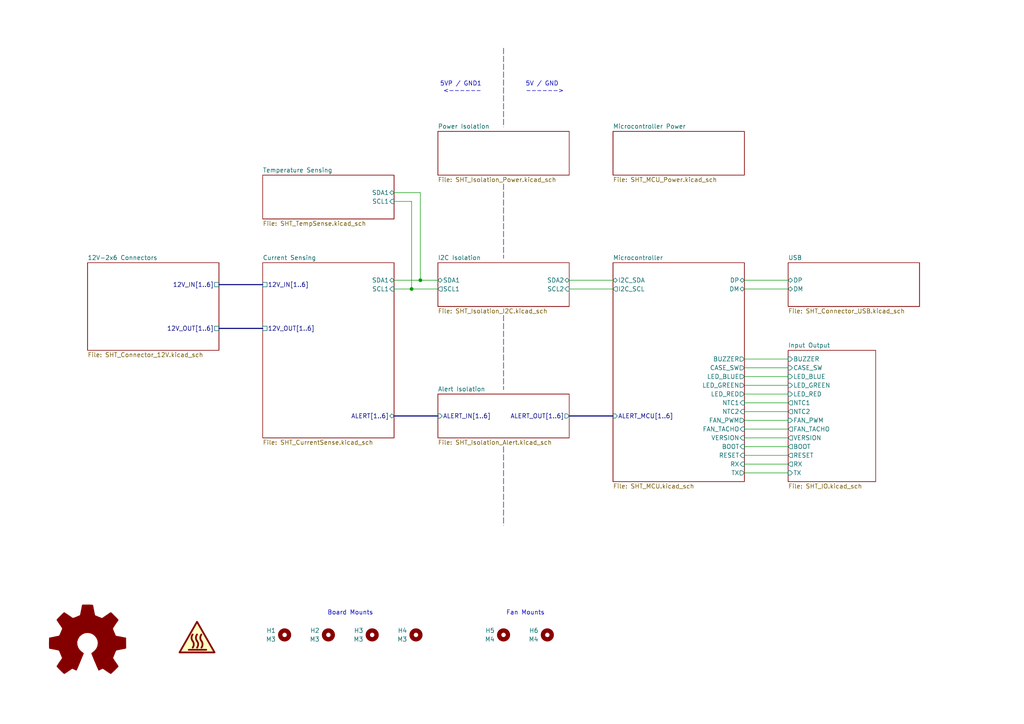
<source format=kicad_sch>
(kicad_sch
	(version 20250114)
	(generator "eeschema")
	(generator_version "9.0")
	(uuid "8b0d253f-310b-49c8-a50d-a58538d7eb55")
	(paper "A4")
	(title_block
		(title "12V-2x6 Current Monitor")
		(date "2025-09-21")
		(rev "1")
		(company "github.com/eggsampler")
	)
	(lib_symbols
		(symbol "Graphic:Logo_Open_Hardware_Large"
			(exclude_from_sim no)
			(in_bom no)
			(on_board no)
			(property "Reference" "#SYM"
				(at 0 12.7 0)
				(effects
					(font
						(size 1.27 1.27)
					)
					(hide yes)
				)
			)
			(property "Value" "Logo_Open_Hardware_Large"
				(at 0 -10.16 0)
				(effects
					(font
						(size 1.27 1.27)
					)
					(hide yes)
				)
			)
			(property "Footprint" ""
				(at 0 0 0)
				(effects
					(font
						(size 1.27 1.27)
					)
					(hide yes)
				)
			)
			(property "Datasheet" "~"
				(at 0 0 0)
				(effects
					(font
						(size 1.27 1.27)
					)
					(hide yes)
				)
			)
			(property "Description" "Open Hardware logo, large"
				(at 0 0 0)
				(effects
					(font
						(size 1.27 1.27)
					)
					(hide yes)
				)
			)
			(property "Sim.Enable" "0"
				(at 0 0 0)
				(effects
					(font
						(size 1.27 1.27)
					)
					(hide yes)
				)
			)
			(property "ki_keywords" "Logo"
				(at 0 0 0)
				(effects
					(font
						(size 1.27 1.27)
					)
					(hide yes)
				)
			)
			(symbol "Logo_Open_Hardware_Large_1_1"
				(polyline
					(pts
						(xy 6.731 -8.7122) (xy 6.6294 -8.6614) (xy 6.35 -8.4836) (xy 5.9944 -8.255) (xy 5.5372 -7.9502)
						(xy 5.1054 -7.6454) (xy 4.7498 -7.4168) (xy 4.4958 -7.239) (xy 4.3942 -7.1882) (xy 4.318 -7.2136)
						(xy 4.1148 -7.3152) (xy 3.81 -7.4676) (xy 3.6322 -7.5692) (xy 3.3528 -7.6708) (xy 3.2258 -7.6962)
						(xy 3.2004 -7.6708) (xy 3.0988 -7.4676) (xy 2.9464 -7.0866) (xy 2.7178 -6.604) (xy 2.4892 -6.0452)
						(xy 2.2352 -5.4356) (xy 1.9558 -4.826) (xy 1.7272 -4.2164) (xy 1.4986 -3.683) (xy 1.3208 -3.2512)
						(xy 1.2192 -2.9464) (xy 1.1684 -2.8194) (xy 1.1938 -2.794) (xy 1.3208 -2.667) (xy 1.5748 -2.4892)
						(xy 2.0828 -2.0574) (xy 2.6162 -1.397) (xy 2.921 -0.6604) (xy 3.048 0.1524) (xy 2.9464 0.9144)
						(xy 2.6416 1.6256) (xy 2.1336 2.286) (xy 1.524 2.7686) (xy 0.8128 3.0734) (xy 0 3.175) (xy -0.762 3.0988)
						(xy -1.4986 2.794) (xy -2.159 2.286) (xy -2.4384 1.9812) (xy -2.8194 1.3208) (xy -3.048 0.6096)
						(xy -3.0734 0.4318) (xy -3.0226 -0.3556) (xy -2.794 -1.0922) (xy -2.3876 -1.7526) (xy -1.8288 -2.3114)
						(xy -1.7526 -2.3622) (xy -1.4732 -2.5654) (xy -1.2954 -2.6924) (xy -1.1684 -2.8194) (xy -2.159 -5.207)
						(xy -2.3114 -5.588) (xy -2.5908 -6.2484) (xy -2.8194 -6.8072) (xy -3.0226 -7.2644) (xy -3.1496 -7.5692)
						(xy -3.2258 -7.6708) (xy -3.2258 -7.6962) (xy -3.302 -7.6962) (xy -3.4798 -7.6454) (xy -3.8354 -7.4676)
						(xy -4.0386 -7.366) (xy -4.2926 -7.239) (xy -4.4196 -7.1882) (xy -4.5212 -7.239) (xy -4.7498 -7.3914)
						(xy -5.1054 -7.6454) (xy -5.5372 -7.9248) (xy -5.9436 -8.2042) (xy -6.3246 -8.4582) (xy -6.604 -8.636)
						(xy -6.731 -8.7122) (xy -6.7564 -8.7122) (xy -6.858 -8.636) (xy -7.0866 -8.4582) (xy -7.4168 -8.1534)
						(xy -7.874 -7.6962) (xy -7.9502 -7.62) (xy -8.3312 -7.239) (xy -8.636 -6.9088) (xy -8.8392 -6.6802)
						(xy -8.9154 -6.5786) (xy -8.9154 -6.5786) (xy -8.8392 -6.4516) (xy -8.6614 -6.1722) (xy -8.4328 -5.7912)
						(xy -8.128 -5.3594) (xy -7.3152 -4.191) (xy -7.7724 -3.0988) (xy -7.8994 -2.7686) (xy -8.0772 -2.3622)
						(xy -8.2042 -2.0828) (xy -8.255 -1.9558) (xy -8.382 -1.905) (xy -8.6614 -1.8542) (xy -9.0932 -1.7526)
						(xy -9.6266 -1.651) (xy -10.1092 -1.5748) (xy -10.541 -1.4732) (xy -10.8712 -1.4224) (xy -11.0236 -1.397)
						(xy -11.049 -1.3716) (xy -11.0744 -1.2954) (xy -11.0998 -1.143) (xy -11.0998 -0.889) (xy -11.1252 -0.4572)
						(xy -11.1252 0.1524) (xy -11.1252 0.2286) (xy -11.0998 0.8128) (xy -11.0998 1.27) (xy -11.0744 1.5494)
						(xy -11.0744 1.6764) (xy -11.0744 1.6764) (xy -10.922 1.7018) (xy -10.6172 1.778) (xy -10.16 1.8542)
						(xy -9.652 1.9558) (xy -9.6012 1.9812) (xy -9.0932 2.0828) (xy -8.636 2.159) (xy -8.3312 2.2352)
						(xy -8.2042 2.286) (xy -8.1788 2.3114) (xy -8.0772 2.5146) (xy -7.9248 2.8448) (xy -7.747 3.2512)
						(xy -7.5692 3.6576) (xy -7.4168 4.0386) (xy -7.3152 4.318) (xy -7.2898 4.445) (xy -7.2898 4.445)
						(xy -7.366 4.572) (xy -7.5438 4.826) (xy -7.7978 5.207) (xy -8.128 5.6642) (xy -8.128 5.6896)
						(xy -8.4328 6.1468) (xy -8.6868 6.5278) (xy -8.8392 6.7818) (xy -8.9154 6.9088) (xy -8.9154 6.9088)
						(xy -8.8138 7.0358) (xy -8.5852 7.2898) (xy -8.255 7.6454) (xy -7.874 8.0264) (xy -7.747 8.1534)
						(xy -7.3152 8.5852) (xy -7.0104 8.8646) (xy -6.8326 8.9916) (xy -6.731 9.0424) (xy -6.731 9.0424)
						(xy -6.604 8.9408) (xy -6.3246 8.763) (xy -5.9436 8.509) (xy -5.4864 8.2042) (xy -5.461 8.1788)
						(xy -5.0038 7.874) (xy -4.6482 7.62) (xy -4.3688 7.4422) (xy -4.2672 7.3914) (xy -4.2418 7.3914)
						(xy -4.064 7.4422) (xy -3.7338 7.5438) (xy -3.3528 7.6962) (xy -2.9464 7.874) (xy -2.5654 8.0264)
						(xy -2.286 8.1534) (xy -2.159 8.2296) (xy -2.159 8.2296) (xy -2.1082 8.382) (xy -2.032 8.7122)
						(xy -1.9304 9.1694) (xy -1.8288 9.7282) (xy -1.8034 9.8044) (xy -1.7018 10.3378) (xy -1.6256 10.7696)
						(xy -1.5748 11.0744) (xy -1.524 11.2014) (xy -1.4478 11.2268) (xy -1.1938 11.2522) (xy -0.8128 11.2522)
						(xy -0.3302 11.2522) (xy 0.1524 11.2522) (xy 0.6604 11.2522) (xy 1.0668 11.2268) (xy 1.3716 11.2014)
						(xy 1.4986 11.176) (xy 1.4986 11.176) (xy 1.5494 11.0236) (xy 1.6256 10.6934) (xy 1.7018 10.2108)
						(xy 1.8288 9.6774) (xy 1.8288 9.5758) (xy 1.9304 9.0424) (xy 2.032 8.6106) (xy 2.0828 8.3058)
						(xy 2.1336 8.2042) (xy 2.159 8.1788) (xy 2.3876 8.0772) (xy 2.7432 7.9248) (xy 3.175 7.747) (xy 4.191 7.3406)
						(xy 5.461 8.2042) (xy 5.5626 8.2804) (xy 6.0198 8.5852) (xy 6.3754 8.8392) (xy 6.6294 8.9916)
						(xy 6.7564 9.0424) (xy 6.7564 9.0424) (xy 6.8834 8.9408) (xy 7.1374 8.7122) (xy 7.4676 8.382)
						(xy 7.8486 7.9756) (xy 8.1534 7.6962) (xy 8.4836 7.3406) (xy 8.7122 7.112) (xy 8.8392 6.9596)
						(xy 8.8646 6.858) (xy 8.8646 6.8072) (xy 8.7884 6.6802) (xy 8.6106 6.4008) (xy 8.3312 6.0198)
						(xy 8.0264 5.588) (xy 7.7978 5.207) (xy 7.5184 4.8006) (xy 7.3406 4.4958) (xy 7.2898 4.3434) (xy 7.2898 4.2926)
						(xy 7.3914 4.0386) (xy 7.5184 3.683) (xy 7.7216 3.2258) (xy 8.1534 2.2352) (xy 8.7884 2.1082)
						(xy 9.1948 2.0574) (xy 9.7536 1.9304) (xy 10.2616 1.8288) (xy 11.0998 1.6764) (xy 11.1252 -1.3208)
						(xy 10.9982 -1.3716) (xy 10.8712 -1.397) (xy 10.5664 -1.4732) (xy 10.1346 -1.5494) (xy 9.6266 -1.651)
						(xy 9.1948 -1.7272) (xy 8.7376 -1.8288) (xy 8.4328 -1.8796) (xy 8.2804 -1.905) (xy 8.255 -1.9558)
						(xy 8.1534 -2.159) (xy 7.9756 -2.5146) (xy 7.8232 -2.921) (xy 7.6454 -3.3274) (xy 7.493 -3.7338)
						(xy 7.366 -4.0132) (xy 7.3406 -4.191) (xy 7.3914 -4.2926) (xy 7.5692 -4.5466) (xy 7.7978 -4.9276)
						(xy 8.1026 -5.3594) (xy 8.4074 -5.7912) (xy 8.6614 -6.1722) (xy 8.8138 -6.4262) (xy 8.89 -6.5532)
						(xy 8.8646 -6.6548) (xy 8.6868 -6.858) (xy 8.3566 -7.1882) (xy 7.874 -7.6708) (xy 7.7978 -7.747)
						(xy 7.3914 -8.128) (xy 7.0612 -8.4328) (xy 6.8326 -8.636) (xy 6.731 -8.7122)
					)
					(stroke
						(width 0)
						(type default)
					)
					(fill
						(type outline)
					)
				)
			)
			(embedded_fonts no)
		)
		(symbol "Graphic:SYM_Hot_Large"
			(exclude_from_sim no)
			(in_bom yes)
			(on_board no)
			(property "Reference" "#SYM"
				(at 0 5.08 0)
				(effects
					(font
						(size 1.27 1.27)
					)
					(hide yes)
				)
			)
			(property "Value" "SYM_Hot_Large"
				(at 0 -6.35 0)
				(effects
					(font
						(size 1.27 1.27)
					)
					(hide yes)
				)
			)
			(property "Footprint" ""
				(at 0 -5.08 0)
				(effects
					(font
						(size 1.27 1.27)
					)
					(hide yes)
				)
			)
			(property "Datasheet" "~"
				(at 0.762 -5.08 0)
				(effects
					(font
						(size 1.27 1.27)
					)
					(hide yes)
				)
			)
			(property "Description" "Hot surface warning symbol, large"
				(at 0 0 0)
				(effects
					(font
						(size 1.27 1.27)
					)
					(hide yes)
				)
			)
			(property "Sim.Enable" "0"
				(at 0 0 0)
				(effects
					(font
						(size 1.27 1.27)
					)
					(hide yes)
				)
			)
			(property "ki_keywords" "symbol logo hot surface warning heat"
				(at 0 0 0)
				(effects
					(font
						(size 1.27 1.27)
					)
					(hide yes)
				)
			)
			(symbol "SYM_Hot_Large_0_1"
				(polyline
					(pts
						(xy -5.08 -5.08) (xy 5.08 -5.08) (xy 0 3.81) (xy -5.08 -5.08)
					)
					(stroke
						(width 0.508)
						(type default)
					)
					(fill
						(type background)
					)
				)
				(arc
					(start -1.27 -1.778)
					(mid -0.9449 -2.7305)
					(end -1.27 -3.683)
					(stroke
						(width 0.508)
						(type default)
					)
					(fill
						(type none)
					)
				)
				(polyline
					(pts
						(xy -2.413 -4.318) (xy 2.667 -4.318)
					)
					(stroke
						(width 0.508)
						(type default)
					)
					(fill
						(type none)
					)
				)
				(arc
					(start 0 -1.778)
					(mid 0.3251 -2.7305)
					(end 0 -3.683)
					(stroke
						(width 0.508)
						(type default)
					)
					(fill
						(type none)
					)
				)
				(arc
					(start -1.27 -1.778)
					(mid -1.5951 -0.8255)
					(end -1.27 0.127)
					(stroke
						(width 0.508)
						(type default)
					)
					(fill
						(type none)
					)
				)
				(arc
					(start 1.27 -1.778)
					(mid 1.5951 -2.7305)
					(end 1.27 -3.683)
					(stroke
						(width 0.508)
						(type default)
					)
					(fill
						(type none)
					)
				)
				(arc
					(start 0 -1.778)
					(mid -0.3251 -0.8255)
					(end 0 0.127)
					(stroke
						(width 0.508)
						(type default)
					)
					(fill
						(type none)
					)
				)
				(arc
					(start 1.27 -1.778)
					(mid 0.9449 -0.8255)
					(end 1.27 0.127)
					(stroke
						(width 0.508)
						(type default)
					)
					(fill
						(type none)
					)
				)
			)
			(embedded_fonts no)
		)
		(symbol "Mechanical:MountingHole"
			(pin_names
				(offset 1.016)
			)
			(exclude_from_sim no)
			(in_bom no)
			(on_board yes)
			(property "Reference" "H"
				(at 0 5.08 0)
				(effects
					(font
						(size 1.27 1.27)
					)
				)
			)
			(property "Value" "MountingHole"
				(at 0 3.175 0)
				(effects
					(font
						(size 1.27 1.27)
					)
				)
			)
			(property "Footprint" ""
				(at 0 0 0)
				(effects
					(font
						(size 1.27 1.27)
					)
					(hide yes)
				)
			)
			(property "Datasheet" "~"
				(at 0 0 0)
				(effects
					(font
						(size 1.27 1.27)
					)
					(hide yes)
				)
			)
			(property "Description" "Mounting Hole without connection"
				(at 0 0 0)
				(effects
					(font
						(size 1.27 1.27)
					)
					(hide yes)
				)
			)
			(property "ki_keywords" "mounting hole"
				(at 0 0 0)
				(effects
					(font
						(size 1.27 1.27)
					)
					(hide yes)
				)
			)
			(property "ki_fp_filters" "MountingHole*"
				(at 0 0 0)
				(effects
					(font
						(size 1.27 1.27)
					)
					(hide yes)
				)
			)
			(symbol "MountingHole_0_1"
				(circle
					(center 0 0)
					(radius 1.27)
					(stroke
						(width 1.27)
						(type default)
					)
					(fill
						(type none)
					)
				)
			)
			(embedded_fonts no)
		)
	)
	(text "Fan Mounts"
		(exclude_from_sim no)
		(at 152.4 177.8 0)
		(effects
			(font
				(size 1.27 1.27)
			)
		)
		(uuid "2c65b3e1-37c5-4e2a-a582-180e8616408f")
	)
	(text "5VP / GND1\n<------"
		(exclude_from_sim no)
		(at 139.7 25.4 0)
		(effects
			(font
				(size 1.27 1.27)
			)
			(justify right)
		)
		(uuid "a89a81c8-1e18-4794-b76e-f6920632d64d")
	)
	(text "5V / GND\n------>"
		(exclude_from_sim no)
		(at 152.4 25.4 0)
		(effects
			(font
				(size 1.27 1.27)
			)
			(justify left)
		)
		(uuid "f5763c95-dca8-4209-8569-a6f9b87d13ee")
	)
	(text "Board Mounts"
		(exclude_from_sim no)
		(at 101.6 177.8 0)
		(effects
			(font
				(size 1.27 1.27)
			)
		)
		(uuid "fcdfdaa6-6d60-4941-adba-79c732e9eb7b")
	)
	(junction
		(at 119.38 83.82)
		(diameter 0)
		(color 0 0 0 0)
		(uuid "240dc730-5d44-4562-adf3-2b05e7c1b56a")
	)
	(junction
		(at 121.92 81.28)
		(diameter 0)
		(color 0 0 0 0)
		(uuid "9d9b1d70-3df3-4d6e-bacb-29346618197a")
	)
	(polyline
		(pts
			(xy 146.05 53.34) (xy 146.05 74.93)
		)
		(stroke
			(width 0)
			(type dash)
		)
		(uuid "0ee30dfd-fc01-4644-82c8-c44de55733a3")
	)
	(wire
		(pts
			(xy 165.1 83.82) (xy 177.8 83.82)
		)
		(stroke
			(width 0)
			(type default)
		)
		(uuid "1417eea7-6430-4d3e-a9fb-76a7eff2a996")
	)
	(wire
		(pts
			(xy 114.3 81.28) (xy 121.92 81.28)
		)
		(stroke
			(width 0)
			(type default)
		)
		(uuid "1be31a1f-18f7-4dd1-b0f8-57d84754108d")
	)
	(bus
		(pts
			(xy 76.2 95.25) (xy 63.5 95.25)
		)
		(stroke
			(width 0)
			(type default)
		)
		(uuid "21b9344c-9d75-4d1e-a3b7-1cc9b0a1feda")
	)
	(polyline
		(pts
			(xy 146.05 13.97) (xy 146.05 36.83)
		)
		(stroke
			(width 0)
			(type dash)
		)
		(uuid "243f4a4d-05ea-4e99-85bf-c8d8ff4bd680")
	)
	(bus
		(pts
			(xy 114.3 120.65) (xy 127 120.65)
		)
		(stroke
			(width 0)
			(type default)
		)
		(uuid "24fb323f-0e80-4f3d-a37b-8926ca86a7de")
	)
	(wire
		(pts
			(xy 215.9 137.16) (xy 228.6 137.16)
		)
		(stroke
			(width 0)
			(type default)
		)
		(uuid "25918650-f318-4da3-b8d0-65a8e329db5f")
	)
	(wire
		(pts
			(xy 215.9 81.28) (xy 228.6 81.28)
		)
		(stroke
			(width 0)
			(type default)
		)
		(uuid "2691fb86-c719-4f73-9380-a086e54cbb35")
	)
	(wire
		(pts
			(xy 165.1 81.28) (xy 177.8 81.28)
		)
		(stroke
			(width 0)
			(type default)
		)
		(uuid "2ac33f2d-4c96-4afa-936a-c786049b4d6a")
	)
	(polyline
		(pts
			(xy 146.05 129.54) (xy 146.05 152.4)
		)
		(stroke
			(width 0)
			(type dash)
		)
		(uuid "2c84d1d1-834a-4ca0-b0ed-0dbdfa94dc57")
	)
	(wire
		(pts
			(xy 215.9 114.3) (xy 228.6 114.3)
		)
		(stroke
			(width 0)
			(type default)
		)
		(uuid "35c3b8ce-919a-4790-b4c0-8d1c5632dd07")
	)
	(wire
		(pts
			(xy 215.9 127) (xy 228.6 127)
		)
		(stroke
			(width 0)
			(type default)
		)
		(uuid "3b4e85aa-8c43-430a-8c77-12a9ca8495dc")
	)
	(wire
		(pts
			(xy 114.3 55.88) (xy 121.92 55.88)
		)
		(stroke
			(width 0)
			(type default)
		)
		(uuid "42c98112-5385-4444-b031-0db62f7131b5")
	)
	(bus
		(pts
			(xy 165.1 120.65) (xy 177.8 120.65)
		)
		(stroke
			(width 0)
			(type default)
		)
		(uuid "469b70ad-f8f2-43ab-893d-6e6558fc326b")
	)
	(wire
		(pts
			(xy 215.9 83.82) (xy 228.6 83.82)
		)
		(stroke
			(width 0)
			(type default)
		)
		(uuid "4ca45030-270d-44fb-b627-cc3483bd95c3")
	)
	(wire
		(pts
			(xy 215.9 124.46) (xy 228.6 124.46)
		)
		(stroke
			(width 0)
			(type default)
		)
		(uuid "531e78a9-bc03-4781-90a2-0e001e077cb9")
	)
	(wire
		(pts
			(xy 121.92 55.88) (xy 121.92 81.28)
		)
		(stroke
			(width 0)
			(type default)
		)
		(uuid "71fba3ba-08f0-49ac-bfe6-41dca9f90315")
	)
	(wire
		(pts
			(xy 121.92 81.28) (xy 127 81.28)
		)
		(stroke
			(width 0)
			(type default)
		)
		(uuid "733f2e7a-7288-47f5-904a-9d22eefb96df")
	)
	(wire
		(pts
			(xy 215.9 111.76) (xy 228.6 111.76)
		)
		(stroke
			(width 0)
			(type default)
		)
		(uuid "7ba70248-fc2d-4607-b978-2c480e9b8325")
	)
	(wire
		(pts
			(xy 215.9 129.54) (xy 228.6 129.54)
		)
		(stroke
			(width 0)
			(type default)
		)
		(uuid "7e18a7e2-e95d-4880-8bce-65b312ab4f48")
	)
	(wire
		(pts
			(xy 114.3 83.82) (xy 119.38 83.82)
		)
		(stroke
			(width 0)
			(type default)
		)
		(uuid "7f2b2001-d0b3-4f6a-a420-0d1e8d214a07")
	)
	(wire
		(pts
			(xy 215.9 104.14) (xy 228.6 104.14)
		)
		(stroke
			(width 0)
			(type default)
		)
		(uuid "8577250b-faf1-42c8-83aa-9c6a9d961b4c")
	)
	(wire
		(pts
			(xy 114.3 58.42) (xy 119.38 58.42)
		)
		(stroke
			(width 0)
			(type default)
		)
		(uuid "9d0669c9-87fa-42f2-932e-55f3e4edfd5b")
	)
	(wire
		(pts
			(xy 119.38 83.82) (xy 127 83.82)
		)
		(stroke
			(width 0)
			(type default)
		)
		(uuid "af27f3df-ecaa-4519-b547-076745d40c13")
	)
	(wire
		(pts
			(xy 215.9 132.08) (xy 228.6 132.08)
		)
		(stroke
			(width 0)
			(type default)
		)
		(uuid "bc411334-abfb-4db8-8078-fbe66da268a3")
	)
	(wire
		(pts
			(xy 215.9 121.92) (xy 228.6 121.92)
		)
		(stroke
			(width 0)
			(type default)
		)
		(uuid "c202a934-d529-4777-97ef-9bf5793690dc")
	)
	(wire
		(pts
			(xy 215.9 106.68) (xy 228.6 106.68)
		)
		(stroke
			(width 0)
			(type default)
		)
		(uuid "c35681b3-f0d3-41e2-9aee-4452afe9069f")
	)
	(wire
		(pts
			(xy 215.9 119.38) (xy 228.6 119.38)
		)
		(stroke
			(width 0)
			(type default)
		)
		(uuid "c3db3141-7e32-4833-af81-f1d383518074")
	)
	(polyline
		(pts
			(xy 146.05 91.44) (xy 146.05 113.03)
		)
		(stroke
			(width 0)
			(type dash)
		)
		(uuid "c5d15e01-5f5c-4408-8ed9-03fa2f6aad3e")
	)
	(wire
		(pts
			(xy 215.9 116.84) (xy 228.6 116.84)
		)
		(stroke
			(width 0)
			(type default)
		)
		(uuid "c7ae72c9-fa7c-4fdd-81a4-83a88dad6ef9")
	)
	(wire
		(pts
			(xy 215.9 109.22) (xy 228.6 109.22)
		)
		(stroke
			(width 0)
			(type default)
		)
		(uuid "cd1ed6a8-dd1b-4b23-b6f4-e613e589ff75")
	)
	(bus
		(pts
			(xy 63.5 82.55) (xy 76.2 82.55)
		)
		(stroke
			(width 0)
			(type default)
		)
		(uuid "d4f91ea1-5491-4c30-b31b-e32d269a683b")
	)
	(wire
		(pts
			(xy 119.38 58.42) (xy 119.38 83.82)
		)
		(stroke
			(width 0)
			(type default)
		)
		(uuid "e468d79c-730a-4fa2-acd1-4b759816d939")
	)
	(wire
		(pts
			(xy 215.9 134.62) (xy 228.6 134.62)
		)
		(stroke
			(width 0)
			(type default)
		)
		(uuid "f14e0851-463c-44a2-85d7-cba02b249610")
	)
	(symbol
		(lib_id "Mechanical:MountingHole")
		(at 107.95 184.15 0)
		(unit 1)
		(exclude_from_sim no)
		(in_bom no)
		(on_board yes)
		(dnp no)
		(uuid "14dbeb5e-9234-4a71-815b-8fdcad12ca7e")
		(property "Reference" "H3"
			(at 105.41 182.8799 0)
			(effects
				(font
					(size 1.27 1.27)
				)
				(justify right)
			)
		)
		(property "Value" "M3"
			(at 105.41 185.4199 0)
			(effects
				(font
					(size 1.27 1.27)
				)
				(justify right)
			)
		)
		(property "Footprint" "MountingHole:MountingHole_3.2mm_M3"
			(at 107.95 184.15 0)
			(effects
				(font
					(size 1.27 1.27)
				)
				(hide yes)
			)
		)
		(property "Datasheet" "~"
			(at 107.95 184.15 0)
			(effects
				(font
					(size 1.27 1.27)
				)
				(hide yes)
			)
		)
		(property "Description" "Mounting Hole without connection"
			(at 107.95 184.15 0)
			(effects
				(font
					(size 1.27 1.27)
				)
				(hide yes)
			)
		)
		(instances
			(project "12v-2x6"
				(path "/8b0d253f-310b-49c8-a50d-a58538d7eb55"
					(reference "H3")
					(unit 1)
				)
			)
		)
	)
	(symbol
		(lib_id "Mechanical:MountingHole")
		(at 158.75 184.15 0)
		(unit 1)
		(exclude_from_sim no)
		(in_bom no)
		(on_board yes)
		(dnp no)
		(uuid "1976ee7a-8c56-4d55-82dc-0bac197fed6e")
		(property "Reference" "H6"
			(at 156.21 182.8799 0)
			(effects
				(font
					(size 1.27 1.27)
				)
				(justify right)
			)
		)
		(property "Value" "M4"
			(at 156.21 185.4199 0)
			(effects
				(font
					(size 1.27 1.27)
				)
				(justify right)
			)
		)
		(property "Footprint" "MountingHole:MountingHole_4.3mm_M4"
			(at 158.75 184.15 0)
			(effects
				(font
					(size 1.27 1.27)
				)
				(hide yes)
			)
		)
		(property "Datasheet" "~"
			(at 158.75 184.15 0)
			(effects
				(font
					(size 1.27 1.27)
				)
				(hide yes)
			)
		)
		(property "Description" "Mounting Hole without connection"
			(at 158.75 184.15 0)
			(effects
				(font
					(size 1.27 1.27)
				)
				(hide yes)
			)
		)
		(instances
			(project "12v-2x6"
				(path "/8b0d253f-310b-49c8-a50d-a58538d7eb55"
					(reference "H6")
					(unit 1)
				)
			)
		)
	)
	(symbol
		(lib_id "Mechanical:MountingHole")
		(at 146.05 184.15 0)
		(unit 1)
		(exclude_from_sim no)
		(in_bom no)
		(on_board yes)
		(dnp no)
		(uuid "8b9fcc45-8ba3-47c0-b94e-1a7997cf139b")
		(property "Reference" "H5"
			(at 143.51 182.8799 0)
			(effects
				(font
					(size 1.27 1.27)
				)
				(justify right)
			)
		)
		(property "Value" "M4"
			(at 143.51 185.4199 0)
			(effects
				(font
					(size 1.27 1.27)
				)
				(justify right)
			)
		)
		(property "Footprint" "MountingHole:MountingHole_4.3mm_M4"
			(at 146.05 184.15 0)
			(effects
				(font
					(size 1.27 1.27)
				)
				(hide yes)
			)
		)
		(property "Datasheet" "~"
			(at 146.05 184.15 0)
			(effects
				(font
					(size 1.27 1.27)
				)
				(hide yes)
			)
		)
		(property "Description" "Mounting Hole without connection"
			(at 146.05 184.15 0)
			(effects
				(font
					(size 1.27 1.27)
				)
				(hide yes)
			)
		)
		(instances
			(project "12v-2x6"
				(path "/8b0d253f-310b-49c8-a50d-a58538d7eb55"
					(reference "H5")
					(unit 1)
				)
			)
		)
	)
	(symbol
		(lib_id "Mechanical:MountingHole")
		(at 120.65 184.15 0)
		(unit 1)
		(exclude_from_sim no)
		(in_bom no)
		(on_board yes)
		(dnp no)
		(uuid "a41cdf37-73e4-486d-8df6-eb3309141a57")
		(property "Reference" "H4"
			(at 118.11 182.8799 0)
			(effects
				(font
					(size 1.27 1.27)
				)
				(justify right)
			)
		)
		(property "Value" "M3"
			(at 118.11 185.4199 0)
			(effects
				(font
					(size 1.27 1.27)
				)
				(justify right)
			)
		)
		(property "Footprint" "MountingHole:MountingHole_3.2mm_M3"
			(at 120.65 184.15 0)
			(effects
				(font
					(size 1.27 1.27)
				)
				(hide yes)
			)
		)
		(property "Datasheet" "~"
			(at 120.65 184.15 0)
			(effects
				(font
					(size 1.27 1.27)
				)
				(hide yes)
			)
		)
		(property "Description" "Mounting Hole without connection"
			(at 120.65 184.15 0)
			(effects
				(font
					(size 1.27 1.27)
				)
				(hide yes)
			)
		)
		(instances
			(project "12v-2x6"
				(path "/8b0d253f-310b-49c8-a50d-a58538d7eb55"
					(reference "H4")
					(unit 1)
				)
			)
		)
	)
	(symbol
		(lib_id "Graphic:SYM_Hot_Large")
		(at 57.15 184.15 0)
		(unit 1)
		(exclude_from_sim yes)
		(in_bom no)
		(on_board yes)
		(dnp no)
		(fields_autoplaced yes)
		(uuid "ab026a84-8b48-478d-82c6-ba3309238910")
		(property "Reference" "SYM2"
			(at 57.15 179.07 0)
			(effects
				(font
					(size 1.27 1.27)
				)
				(hide yes)
			)
		)
		(property "Value" "SYM_Hot_Large"
			(at 57.15 190.5 0)
			(effects
				(font
					(size 1.27 1.27)
				)
				(hide yes)
			)
		)
		(property "Footprint" "12v-2x6:ISO_7010_W021"
			(at 57.15 189.23 0)
			(effects
				(font
					(size 1.27 1.27)
				)
				(hide yes)
			)
		)
		(property "Datasheet" "~"
			(at 57.912 189.23 0)
			(effects
				(font
					(size 1.27 1.27)
				)
				(hide yes)
			)
		)
		(property "Description" "Hot surface warning symbol, large"
			(at 57.15 184.15 0)
			(effects
				(font
					(size 1.27 1.27)
				)
				(hide yes)
			)
		)
		(instances
			(project ""
				(path "/8b0d253f-310b-49c8-a50d-a58538d7eb55"
					(reference "SYM2")
					(unit 1)
				)
			)
		)
	)
	(symbol
		(lib_id "Mechanical:MountingHole")
		(at 82.55 184.15 0)
		(unit 1)
		(exclude_from_sim no)
		(in_bom no)
		(on_board yes)
		(dnp no)
		(uuid "b0f40b19-2cd0-4425-ad17-efcc08803eea")
		(property "Reference" "H1"
			(at 80.01 182.8799 0)
			(effects
				(font
					(size 1.27 1.27)
				)
				(justify right)
			)
		)
		(property "Value" "M3"
			(at 80.01 185.4199 0)
			(effects
				(font
					(size 1.27 1.27)
				)
				(justify right)
			)
		)
		(property "Footprint" "MountingHole:MountingHole_3.2mm_M3"
			(at 82.55 184.15 0)
			(effects
				(font
					(size 1.27 1.27)
				)
				(hide yes)
			)
		)
		(property "Datasheet" "~"
			(at 82.55 184.15 0)
			(effects
				(font
					(size 1.27 1.27)
				)
				(hide yes)
			)
		)
		(property "Description" "Mounting Hole without connection"
			(at 82.55 184.15 0)
			(effects
				(font
					(size 1.27 1.27)
				)
				(hide yes)
			)
		)
		(instances
			(project ""
				(path "/8b0d253f-310b-49c8-a50d-a58538d7eb55"
					(reference "H1")
					(unit 1)
				)
			)
		)
	)
	(symbol
		(lib_id "Graphic:Logo_Open_Hardware_Large")
		(at 25.4 186.69 0)
		(unit 1)
		(exclude_from_sim yes)
		(in_bom no)
		(on_board yes)
		(dnp no)
		(fields_autoplaced yes)
		(uuid "dbe1c1c9-6dfe-456f-9dde-f9ea05803ab5")
		(property "Reference" "SYM1"
			(at 25.4 173.99 0)
			(effects
				(font
					(size 1.27 1.27)
				)
				(hide yes)
			)
		)
		(property "Value" "Logo_Open_Hardware_Large"
			(at 25.4 196.85 0)
			(effects
				(font
					(size 1.27 1.27)
				)
				(hide yes)
			)
		)
		(property "Footprint" "Symbol:OSHW-Symbol_13.4x12mm_SilkScreen"
			(at 25.4 186.69 0)
			(effects
				(font
					(size 1.27 1.27)
				)
				(hide yes)
			)
		)
		(property "Datasheet" "~"
			(at 25.4 186.69 0)
			(effects
				(font
					(size 1.27 1.27)
				)
				(hide yes)
			)
		)
		(property "Description" "Open Hardware logo, large"
			(at 25.4 186.69 0)
			(effects
				(font
					(size 1.27 1.27)
				)
				(hide yes)
			)
		)
		(instances
			(project ""
				(path "/8b0d253f-310b-49c8-a50d-a58538d7eb55"
					(reference "SYM1")
					(unit 1)
				)
			)
		)
	)
	(symbol
		(lib_id "Mechanical:MountingHole")
		(at 95.25 184.15 0)
		(unit 1)
		(exclude_from_sim no)
		(in_bom no)
		(on_board yes)
		(dnp no)
		(uuid "e148fe5b-4e10-4d03-8584-640bae1bec16")
		(property "Reference" "H2"
			(at 92.71 182.8799 0)
			(effects
				(font
					(size 1.27 1.27)
				)
				(justify right)
			)
		)
		(property "Value" "M3"
			(at 92.71 185.4199 0)
			(effects
				(font
					(size 1.27 1.27)
				)
				(justify right)
			)
		)
		(property "Footprint" "MountingHole:MountingHole_3.2mm_M3"
			(at 95.25 184.15 0)
			(effects
				(font
					(size 1.27 1.27)
				)
				(hide yes)
			)
		)
		(property "Datasheet" "~"
			(at 95.25 184.15 0)
			(effects
				(font
					(size 1.27 1.27)
				)
				(hide yes)
			)
		)
		(property "Description" "Mounting Hole without connection"
			(at 95.25 184.15 0)
			(effects
				(font
					(size 1.27 1.27)
				)
				(hide yes)
			)
		)
		(instances
			(project "12v-2x6"
				(path "/8b0d253f-310b-49c8-a50d-a58538d7eb55"
					(reference "H2")
					(unit 1)
				)
			)
		)
	)
	(sheet
		(at 228.6 76.2)
		(size 38.1 12.7)
		(exclude_from_sim no)
		(in_bom yes)
		(on_board yes)
		(dnp no)
		(fields_autoplaced yes)
		(stroke
			(width 0.1524)
			(type solid)
		)
		(fill
			(color 0 0 0 0.0000)
		)
		(uuid "10f18ac9-43f7-4369-8fb6-4c8637788f48")
		(property "Sheetname" "USB"
			(at 228.6 75.4884 0)
			(effects
				(font
					(size 1.27 1.27)
				)
				(justify left bottom)
			)
		)
		(property "Sheetfile" "SHT_Connector_USB.kicad_sch"
			(at 228.6 89.4846 0)
			(effects
				(font
					(size 1.27 1.27)
				)
				(justify left top)
			)
		)
		(pin "DP" bidirectional
			(at 228.6 81.28 180)
			(uuid "8dc9851e-1698-47a1-b468-5c0f7270360f")
			(effects
				(font
					(size 1.27 1.27)
				)
				(justify left)
			)
		)
		(pin "DM" bidirectional
			(at 228.6 83.82 180)
			(uuid "3142aa92-9e9f-4dba-aba4-3b2a9f49b1d0")
			(effects
				(font
					(size 1.27 1.27)
				)
				(justify left)
			)
		)
		(instances
			(project "12v-2x6"
				(path "/8b0d253f-310b-49c8-a50d-a58538d7eb55"
					(page "15")
				)
			)
		)
	)
	(sheet
		(at 127 114.3)
		(size 38.1 12.7)
		(exclude_from_sim no)
		(in_bom yes)
		(on_board yes)
		(dnp no)
		(fields_autoplaced yes)
		(stroke
			(width 0.1524)
			(type solid)
		)
		(fill
			(color 0 0 0 0.0000)
		)
		(uuid "1f5c0b03-40ff-468c-97ca-9beb66672732")
		(property "Sheetname" "Alert Isolation"
			(at 127 113.5884 0)
			(effects
				(font
					(size 1.27 1.27)
				)
				(justify left bottom)
			)
		)
		(property "Sheetfile" "SHT_Isolation_Alert.kicad_sch"
			(at 127 127.5846 0)
			(effects
				(font
					(size 1.27 1.27)
				)
				(justify left top)
			)
		)
		(pin "ALERT_OUT[1..6]" output
			(at 165.1 120.65 0)
			(uuid "1b288340-14b2-416b-9345-0f2c2339f8fd")
			(effects
				(font
					(size 1.27 1.27)
				)
				(justify right)
			)
		)
		(pin "ALERT_IN[1..6]" input
			(at 127 120.65 180)
			(uuid "1825ab84-626c-4622-b007-86d541c0b1bd")
			(effects
				(font
					(size 1.27 1.27)
				)
				(justify left)
			)
		)
		(instances
			(project "12v-2x6"
				(path "/8b0d253f-310b-49c8-a50d-a58538d7eb55"
					(page "12")
				)
			)
		)
	)
	(sheet
		(at 177.8 38.1)
		(size 38.1 12.7)
		(exclude_from_sim no)
		(in_bom yes)
		(on_board yes)
		(dnp no)
		(fields_autoplaced yes)
		(stroke
			(width 0.1524)
			(type solid)
		)
		(fill
			(color 0 0 0 0.0000)
		)
		(uuid "23f1b17c-34ba-4342-802c-c2a128793ef2")
		(property "Sheetname" "Microcontroller Power"
			(at 177.8 37.3884 0)
			(effects
				(font
					(size 1.27 1.27)
				)
				(justify left bottom)
			)
		)
		(property "Sheetfile" "SHT_MCU_Power.kicad_sch"
			(at 177.8 51.3846 0)
			(effects
				(font
					(size 1.27 1.27)
				)
				(justify left top)
			)
		)
		(instances
			(project "12v-2x6"
				(path "/8b0d253f-310b-49c8-a50d-a58538d7eb55"
					(page "13")
				)
			)
		)
	)
	(sheet
		(at 228.6 101.6)
		(size 25.4 38.1)
		(exclude_from_sim no)
		(in_bom yes)
		(on_board yes)
		(dnp no)
		(fields_autoplaced yes)
		(stroke
			(width 0.1524)
			(type solid)
		)
		(fill
			(color 0 0 0 0.0000)
		)
		(uuid "36c54320-dae9-4269-9905-d45bddbfe24d")
		(property "Sheetname" "Input Output"
			(at 228.6 100.8884 0)
			(effects
				(font
					(size 1.27 1.27)
				)
				(justify left bottom)
			)
		)
		(property "Sheetfile" "SHT_IO.kicad_sch"
			(at 228.6 140.2846 0)
			(effects
				(font
					(size 1.27 1.27)
				)
				(justify left top)
			)
		)
		(pin "BUZZER" input
			(at 228.6 104.14 180)
			(uuid "07b7615a-9c0a-4f26-a16c-f17fab5a97fa")
			(effects
				(font
					(size 1.27 1.27)
				)
				(justify left)
			)
		)
		(pin "CASE_SW" input
			(at 228.6 106.68 180)
			(uuid "7b06d30b-e8a2-4c13-825e-90c9458bedaa")
			(effects
				(font
					(size 1.27 1.27)
				)
				(justify left)
			)
		)
		(pin "LED_BLUE" input
			(at 228.6 109.22 180)
			(uuid "e1f9c8a2-3963-4de0-9ebf-f9663267c869")
			(effects
				(font
					(size 1.27 1.27)
				)
				(justify left)
			)
		)
		(pin "LED_GREEN" input
			(at 228.6 111.76 180)
			(uuid "a0fcc0df-a67f-4328-8b09-1e4a8aba49a1")
			(effects
				(font
					(size 1.27 1.27)
				)
				(justify left)
			)
		)
		(pin "LED_RED" input
			(at 228.6 114.3 180)
			(uuid "82e6d8ac-d48b-44e3-9017-176988e29915")
			(effects
				(font
					(size 1.27 1.27)
				)
				(justify left)
			)
		)
		(pin "NTC1" output
			(at 228.6 116.84 180)
			(uuid "7bf6c4f1-f1d2-4126-b631-78982d81ab72")
			(effects
				(font
					(size 1.27 1.27)
				)
				(justify left)
			)
		)
		(pin "NTC2" output
			(at 228.6 119.38 180)
			(uuid "797bdd62-84ef-466d-8e59-2257c5eda080")
			(effects
				(font
					(size 1.27 1.27)
				)
				(justify left)
			)
		)
		(pin "FAN_PWM" input
			(at 228.6 121.92 180)
			(uuid "b3b486ad-324c-49da-8c73-306b57d722e1")
			(effects
				(font
					(size 1.27 1.27)
				)
				(justify left)
			)
		)
		(pin "VERSION" output
			(at 228.6 127 180)
			(uuid "9a1ddd4f-6893-48e5-850b-f60222bad511")
			(effects
				(font
					(size 1.27 1.27)
				)
				(justify left)
			)
		)
		(pin "BOOT" output
			(at 228.6 129.54 180)
			(uuid "3c569d94-5b31-44b4-a75c-72a5d8a10b3c")
			(effects
				(font
					(size 1.27 1.27)
				)
				(justify left)
			)
		)
		(pin "RESET" output
			(at 228.6 132.08 180)
			(uuid "f43b66f2-544e-4e66-a11d-ccef4159c9fa")
			(effects
				(font
					(size 1.27 1.27)
				)
				(justify left)
			)
		)
		(pin "FAN_TACHO" output
			(at 228.6 124.46 180)
			(uuid "28297061-0017-4c0b-a6c3-5a9cdb98f1ab")
			(effects
				(font
					(size 1.27 1.27)
				)
				(justify left)
			)
		)
		(pin "RX" output
			(at 228.6 134.62 180)
			(uuid "7dfa3cf8-c7e6-4277-9e76-670ba1790fa5")
			(effects
				(font
					(size 1.27 1.27)
				)
				(justify left)
			)
		)
		(pin "TX" input
			(at 228.6 137.16 180)
			(uuid "f8f10d18-94ae-4fe7-92a5-289fc02d3089")
			(effects
				(font
					(size 1.27 1.27)
				)
				(justify left)
			)
		)
		(instances
			(project "12v-2x6"
				(path "/8b0d253f-310b-49c8-a50d-a58538d7eb55"
					(page "16")
				)
			)
		)
	)
	(sheet
		(at 177.8 76.2)
		(size 38.1 63.5)
		(exclude_from_sim no)
		(in_bom yes)
		(on_board yes)
		(dnp no)
		(fields_autoplaced yes)
		(stroke
			(width 0.1524)
			(type solid)
		)
		(fill
			(color 0 0 0 0.0000)
		)
		(uuid "42b327d5-713f-468f-97a1-96d058ff0e63")
		(property "Sheetname" "Microcontroller"
			(at 177.8 75.4884 0)
			(effects
				(font
					(size 1.27 1.27)
				)
				(justify left bottom)
			)
		)
		(property "Sheetfile" "SHT_MCU.kicad_sch"
			(at 177.8 140.2846 0)
			(effects
				(font
					(size 1.27 1.27)
				)
				(justify left top)
			)
		)
		(pin "I2C_SDA" bidirectional
			(at 177.8 81.28 180)
			(uuid "93ce81b9-1d7b-4c35-af45-53a5f00708b7")
			(effects
				(font
					(size 1.27 1.27)
				)
				(justify left)
			)
		)
		(pin "DP" bidirectional
			(at 215.9 81.28 0)
			(uuid "f90956d5-8eca-4f7a-8e95-5c203be12cce")
			(effects
				(font
					(size 1.27 1.27)
				)
				(justify right)
			)
		)
		(pin "DM" bidirectional
			(at 215.9 83.82 0)
			(uuid "67534713-4837-41c8-a86e-9cf7c619c74c")
			(effects
				(font
					(size 1.27 1.27)
				)
				(justify right)
			)
		)
		(pin "I2C_SCL" output
			(at 177.8 83.82 180)
			(uuid "4d7f359f-f9c7-4847-95c7-1f4cb2c2bc82")
			(effects
				(font
					(size 1.27 1.27)
				)
				(justify left)
			)
		)
		(pin "ALERT_MCU[1..6]" input
			(at 177.8 120.65 180)
			(uuid "5b9f76f0-cbf5-47c0-80e4-4563a0bfa9d6")
			(effects
				(font
					(size 1.27 1.27)
				)
				(justify left)
			)
		)
		(pin "BUZZER" output
			(at 215.9 104.14 0)
			(uuid "5f6ef4c7-aab9-44d2-ab98-5a80bfe089c5")
			(effects
				(font
					(size 1.27 1.27)
				)
				(justify right)
			)
		)
		(pin "CASE_SW" output
			(at 215.9 106.68 0)
			(uuid "be824486-dc65-4406-8d1b-c7a4fcb1be4b")
			(effects
				(font
					(size 1.27 1.27)
				)
				(justify right)
			)
		)
		(pin "LED_BLUE" output
			(at 215.9 109.22 0)
			(uuid "5a1708da-4732-4aae-a312-deb25188458e")
			(effects
				(font
					(size 1.27 1.27)
				)
				(justify right)
			)
		)
		(pin "LED_GREEN" output
			(at 215.9 111.76 0)
			(uuid "5c183d62-66f2-41f0-abf6-98e0d5288926")
			(effects
				(font
					(size 1.27 1.27)
				)
				(justify right)
			)
		)
		(pin "LED_RED" output
			(at 215.9 114.3 0)
			(uuid "d9a4c1a4-0a27-47cd-ac45-7c527c01c286")
			(effects
				(font
					(size 1.27 1.27)
				)
				(justify right)
			)
		)
		(pin "NTC1" input
			(at 215.9 116.84 0)
			(uuid "3db64525-9057-4cba-8b58-28281af03d42")
			(effects
				(font
					(size 1.27 1.27)
				)
				(justify right)
			)
		)
		(pin "NTC2" input
			(at 215.9 119.38 0)
			(uuid "b8e7c446-0582-42f4-a759-9171eb540d3d")
			(effects
				(font
					(size 1.27 1.27)
				)
				(justify right)
			)
		)
		(pin "FAN_PWM" output
			(at 215.9 121.92 0)
			(uuid "c8239525-d419-4aaa-b7fa-ac916c612c54")
			(effects
				(font
					(size 1.27 1.27)
				)
				(justify right)
			)
		)
		(pin "VERSION" input
			(at 215.9 127 0)
			(uuid "aefc28d4-e8a9-4bc6-9dcd-e2a9ecb04907")
			(effects
				(font
					(size 1.27 1.27)
				)
				(justify right)
			)
		)
		(pin "BOOT" input
			(at 215.9 129.54 0)
			(uuid "d3d7aebb-d8ac-48ab-8c0d-1fd7aa7b524a")
			(effects
				(font
					(size 1.27 1.27)
				)
				(justify right)
			)
		)
		(pin "RESET" input
			(at 215.9 132.08 0)
			(uuid "9ab3fe29-3851-44e8-8a5a-9dad703b8458")
			(effects
				(font
					(size 1.27 1.27)
				)
				(justify right)
			)
		)
		(pin "FAN_TACHO" input
			(at 215.9 124.46 0)
			(uuid "2f468429-4a98-4aa6-ab10-4388583fcd91")
			(effects
				(font
					(size 1.27 1.27)
				)
				(justify right)
			)
		)
		(pin "RX" input
			(at 215.9 134.62 0)
			(uuid "50dbaf0a-6cbc-4244-a8f7-380006575666")
			(effects
				(font
					(size 1.27 1.27)
				)
				(justify right)
			)
		)
		(pin "TX" output
			(at 215.9 137.16 0)
			(uuid "7b1efac0-d5b3-4f3f-b97a-3acfe2332220")
			(effects
				(font
					(size 1.27 1.27)
				)
				(justify right)
			)
		)
		(instances
			(project "12v-2x6"
				(path "/8b0d253f-310b-49c8-a50d-a58538d7eb55"
					(page "14")
				)
			)
		)
	)
	(sheet
		(at 76.2 76.2)
		(size 38.1 50.8)
		(exclude_from_sim no)
		(in_bom yes)
		(on_board yes)
		(dnp no)
		(fields_autoplaced yes)
		(stroke
			(width 0.1524)
			(type solid)
		)
		(fill
			(color 0 0 0 0.0000)
		)
		(uuid "5f64c334-7659-4c76-9323-ebfdee80268f")
		(property "Sheetname" "Current Sensing"
			(at 76.2 75.4884 0)
			(effects
				(font
					(size 1.27 1.27)
				)
				(justify left bottom)
			)
		)
		(property "Sheetfile" "SHT_CurrentSense.kicad_sch"
			(at 76.2 127.5846 0)
			(effects
				(font
					(size 1.27 1.27)
				)
				(justify left top)
			)
		)
		(pin "12V_OUT[1..6]" passive
			(at 76.2 95.25 180)
			(uuid "f53ecf20-584e-498d-818f-0eb87da18990")
			(effects
				(font
					(size 1.27 1.27)
				)
				(justify left)
			)
		)
		(pin "SCL1" input
			(at 114.3 83.82 0)
			(uuid "b8c64862-3bc1-4ef7-b601-644ace9fd4ad")
			(effects
				(font
					(size 1.27 1.27)
				)
				(justify right)
			)
		)
		(pin "SDA1" bidirectional
			(at 114.3 81.28 0)
			(uuid "7d69d546-dbc5-44f1-aff1-d7a835ac20fc")
			(effects
				(font
					(size 1.27 1.27)
				)
				(justify right)
			)
		)
		(pin "12V_IN[1..6]" passive
			(at 76.2 82.55 180)
			(uuid "0c09b271-ee56-47d5-b29f-dcf97885de13")
			(effects
				(font
					(size 1.27 1.27)
				)
				(justify left)
			)
		)
		(pin "ALERT[1..6]" bidirectional
			(at 114.3 120.65 0)
			(uuid "8db07c59-a939-4797-a1bb-0f992cf1605c")
			(effects
				(font
					(size 1.27 1.27)
				)
				(justify right)
			)
		)
		(instances
			(project "12v-2x6"
				(path "/8b0d253f-310b-49c8-a50d-a58538d7eb55"
					(page "3")
				)
			)
		)
	)
	(sheet
		(at 127 38.1)
		(size 38.1 12.7)
		(exclude_from_sim no)
		(in_bom yes)
		(on_board yes)
		(dnp no)
		(fields_autoplaced yes)
		(stroke
			(width 0.1524)
			(type solid)
		)
		(fill
			(color 0 0 0 0.0000)
		)
		(uuid "8c7c68ec-dfcd-4c66-a6ed-a8125b7ac006")
		(property "Sheetname" "Power Isolation"
			(at 127 37.3884 0)
			(effects
				(font
					(size 1.27 1.27)
				)
				(justify left bottom)
			)
		)
		(property "Sheetfile" "SHT_Isolation_Power.kicad_sch"
			(at 127 51.3846 0)
			(effects
				(font
					(size 1.27 1.27)
				)
				(justify left top)
			)
		)
		(instances
			(project "12v-2x6"
				(path "/8b0d253f-310b-49c8-a50d-a58538d7eb55"
					(page "10")
				)
			)
		)
	)
	(sheet
		(at 76.2 50.8)
		(size 38.1 12.7)
		(exclude_from_sim no)
		(in_bom yes)
		(on_board yes)
		(dnp no)
		(fields_autoplaced yes)
		(stroke
			(width 0.1524)
			(type solid)
		)
		(fill
			(color 0 0 0 0.0000)
		)
		(uuid "8e1e5bb7-9258-42d2-af40-59ef8da6f591")
		(property "Sheetname" "Temperature Sensing"
			(at 76.2 50.0884 0)
			(effects
				(font
					(size 1.27 1.27)
				)
				(justify left bottom)
			)
		)
		(property "Sheetfile" "SHT_TempSense.kicad_sch"
			(at 76.2 64.0846 0)
			(effects
				(font
					(size 1.27 1.27)
				)
				(justify left top)
			)
		)
		(pin "SCL1" input
			(at 114.3 58.42 0)
			(uuid "6d990123-3168-4ba5-b14c-ec6e80bd6379")
			(effects
				(font
					(size 1.27 1.27)
				)
				(justify right)
			)
		)
		(pin "SDA1" bidirectional
			(at 114.3 55.88 0)
			(uuid "dd281c5c-335a-4e2c-8eb7-e4def63ce9c1")
			(effects
				(font
					(size 1.27 1.27)
				)
				(justify right)
			)
		)
		(instances
			(project "12v-2x6"
				(path "/8b0d253f-310b-49c8-a50d-a58538d7eb55"
					(page "17")
				)
			)
		)
	)
	(sheet
		(at 25.4 76.2)
		(size 38.1 25.4)
		(exclude_from_sim no)
		(in_bom yes)
		(on_board yes)
		(dnp no)
		(fields_autoplaced yes)
		(stroke
			(width 0.1524)
			(type solid)
		)
		(fill
			(color 0 0 0 0.0000)
		)
		(uuid "a2a1484c-3368-4389-9987-09707b424088")
		(property "Sheetname" "12V-2x6 Connectors"
			(at 25.4 75.4884 0)
			(effects
				(font
					(size 1.27 1.27)
				)
				(justify left bottom)
			)
		)
		(property "Sheetfile" "SHT_Connector_12V.kicad_sch"
			(at 25.4 102.1846 0)
			(effects
				(font
					(size 1.27 1.27)
				)
				(justify left top)
			)
		)
		(pin "12V_IN[1..6]" passive
			(at 63.5 82.55 0)
			(uuid "eaa310b5-02b6-4a3b-99a8-19feac361c70")
			(effects
				(font
					(size 1.27 1.27)
				)
				(justify right)
			)
		)
		(pin "12V_OUT[1..6]" passive
			(at 63.5 95.25 0)
			(uuid "26f97f1f-a5b3-4c10-a4a2-ebd41f832c1a")
			(effects
				(font
					(size 1.27 1.27)
				)
				(justify right)
			)
		)
		(instances
			(project "12v-2x6"
				(path "/8b0d253f-310b-49c8-a50d-a58538d7eb55"
					(page "2")
				)
			)
		)
	)
	(sheet
		(at 127 76.2)
		(size 38.1 12.7)
		(exclude_from_sim no)
		(in_bom yes)
		(on_board yes)
		(dnp no)
		(fields_autoplaced yes)
		(stroke
			(width 0.1524)
			(type solid)
		)
		(fill
			(color 0 0 0 0.0000)
		)
		(uuid "d23cd5d4-c801-4873-aa4f-300d8a7b93d3")
		(property "Sheetname" "I2C Isolation"
			(at 127 75.4884 0)
			(effects
				(font
					(size 1.27 1.27)
				)
				(justify left bottom)
			)
		)
		(property "Sheetfile" "SHT_Isolation_I2C.kicad_sch"
			(at 127 89.4846 0)
			(effects
				(font
					(size 1.27 1.27)
				)
				(justify left top)
			)
		)
		(pin "SCL1" output
			(at 127 83.82 180)
			(uuid "b3e9b075-aa61-48c7-bd6d-394a00e03083")
			(effects
				(font
					(size 1.27 1.27)
				)
				(justify left)
			)
		)
		(pin "SDA1" bidirectional
			(at 127 81.28 180)
			(uuid "8aa9e54a-35df-49f2-897d-45d9339d7f1a")
			(effects
				(font
					(size 1.27 1.27)
				)
				(justify left)
			)
		)
		(pin "SDA2" bidirectional
			(at 165.1 81.28 0)
			(uuid "f4782ab4-3ee0-4179-883c-cdc18e68005e")
			(effects
				(font
					(size 1.27 1.27)
				)
				(justify right)
			)
		)
		(pin "SCL2" input
			(at 165.1 83.82 0)
			(uuid "703b849d-0e00-48d2-b77f-8f5ccee34125")
			(effects
				(font
					(size 1.27 1.27)
				)
				(justify right)
			)
		)
		(instances
			(project "12v-2x6"
				(path "/8b0d253f-310b-49c8-a50d-a58538d7eb55"
					(page "11")
				)
			)
		)
	)
	(sheet_instances
		(path "/"
			(page "1")
		)
	)
	(embedded_fonts no)
	(embedded_files
		(file
			(name "SheetTemplate.kicad_wks")
			(type worksheet)
			(data |KLUv/WByBnUSAIbbViAAeR5W2mOkTVoGaS3BT0V33NwAXmErw4cna///d38IAUoARwBPAPhDIJth
				nLSvBWWN5PmPexGjcnboO4vyaz0YMUnbV/b7lD/skun9g92AQMz4becer9QZv5b9Ogh2TNRZ+2L7
				ZT/B/kYoT6dxdgQDmbu2X/NSzH4z5t7r2fMacdjb2r233x767q4JZ+3qv04iYW7K2rW767BjrROT
				BtqKhEIqJu3P2n+w43W1k7QL+znPJPyPt1IORiMiYQ3mnPLQk9I5ExLRmDxgrUzDcHiyTSYTYQ16
				4a85cs6q7H+da9XH/mcSYbUpQ1Wxntu2TRoLsP/iD22s9odLF716e2wWsNoTU6UCgEA8GGqnwrhQ
				LA2DTCQ0WQbJGCiMSjaJPOyDs572tjsPbx1r1yprNtFENN5bzaSd7XcPZQSElgCkXRSS0i7UCCfD
				nBzTkjkL0tCKSSuWSAaTcTwBZKBhuWKIZGQUFCRJmwFQhggNVnWnRA9bp7R6Ku8ejwZNG/QW9Awo
				Q/QA/2QeqXoAAVqPFvg8sM5gJgk4FxhnzNaJLgV0/RQ7l2A0+oXB9oL+oDWNHzKObkMsEp0Efqh3
				WgjgAS4xYc+YnllAlkcBuTW0qUSx+gQ7JFrP+z15I2Qnm3SSYl/wDPyDAmoADcngQYqjpwxOOgde
				xvN8CBczvGgBNCTTduz75K3lsghv2Y7Ecc/8cLc8nHhoCbxY/VALCHYVWaoOOqCtynqBpNgsCB5A
				wxRLQQ13z/hIyQGUjZVzIsJN6Oq+g4U6hXyrrkoN|
			)
			(checksum "AA00F4FC08891F7EF00EAF0D609DDACD")
		)
	)
)

</source>
